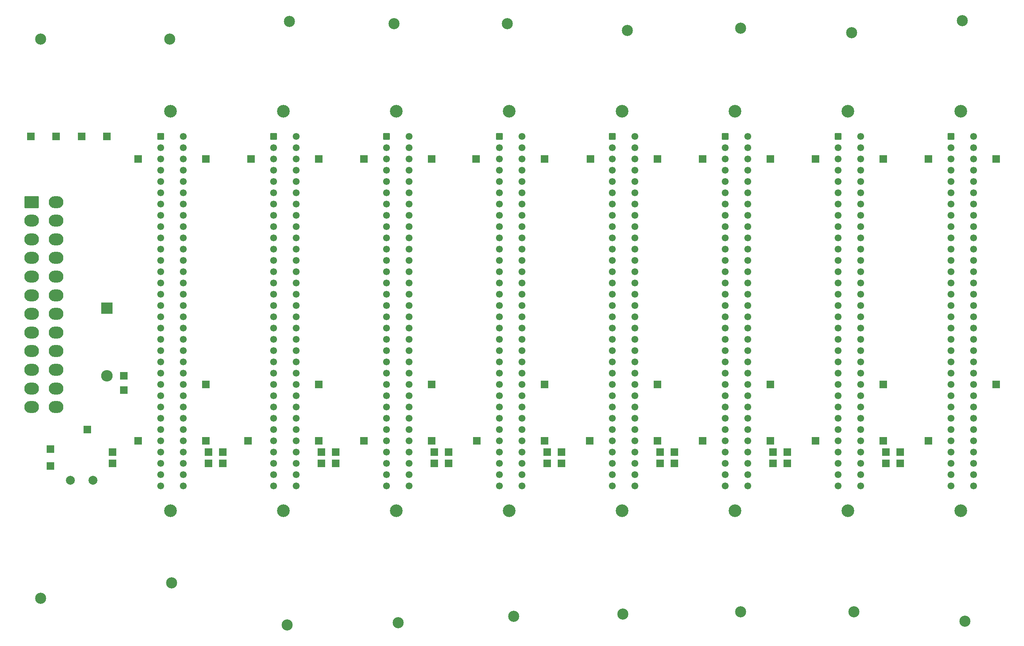
<source format=gbr>
%TF.GenerationSoftware,KiCad,Pcbnew,8.0.9-8.0.9-0~ubuntu22.04.1*%
%TF.CreationDate,2025-06-30T15:02:04+02:00*%
%TF.ProjectId,CPU09BP8,43505530-3942-4503-982e-6b696361645f,rev?*%
%TF.SameCoordinates,Original*%
%TF.FileFunction,Soldermask,Bot*%
%TF.FilePolarity,Negative*%
%FSLAX46Y46*%
G04 Gerber Fmt 4.6, Leading zero omitted, Abs format (unit mm)*
G04 Created by KiCad (PCBNEW 8.0.9-8.0.9-0~ubuntu22.04.1) date 2025-06-30 15:02:04*
%MOMM*%
%LPD*%
G01*
G04 APERTURE LIST*
G04 Aperture macros list*
%AMRoundRect*
0 Rectangle with rounded corners*
0 $1 Rounding radius*
0 $2 $3 $4 $5 $6 $7 $8 $9 X,Y pos of 4 corners*
0 Add a 4 corners polygon primitive as box body*
4,1,4,$2,$3,$4,$5,$6,$7,$8,$9,$2,$3,0*
0 Add four circle primitives for the rounded corners*
1,1,$1+$1,$2,$3*
1,1,$1+$1,$4,$5*
1,1,$1+$1,$6,$7*
1,1,$1+$1,$8,$9*
0 Add four rect primitives between the rounded corners*
20,1,$1+$1,$2,$3,$4,$5,0*
20,1,$1+$1,$4,$5,$6,$7,0*
20,1,$1+$1,$6,$7,$8,$9,0*
20,1,$1+$1,$8,$9,$2,$3,0*%
G04 Aperture macros list end*
%ADD10R,1.700000X1.700000*%
%ADD11C,2.850000*%
%ADD12RoundRect,0.249999X-0.525001X-0.525001X0.525001X-0.525001X0.525001X0.525001X-0.525001X0.525001X0*%
%ADD13C,1.550000*%
%ADD14C,2.500000*%
%ADD15R,2.600000X2.600000*%
%ADD16O,2.600000X2.600000*%
%ADD17RoundRect,0.250001X-1.399999X1.099999X-1.399999X-1.099999X1.399999X-1.099999X1.399999X1.099999X0*%
%ADD18O,3.300000X2.700000*%
%ADD19C,2.000000*%
G04 APERTURE END LIST*
D10*
%TO.C,J89*%
X199715000Y-100540000D03*
%TD*%
%TO.C,J88*%
X199715000Y-98000000D03*
%TD*%
%TO.C,J85*%
X224480000Y-82760000D03*
%TD*%
%TO.C,J84*%
X224480000Y-31960000D03*
%TD*%
D11*
%TO.C,J83*%
X216560000Y-21250000D03*
X216560000Y-111250000D03*
D12*
X214320000Y-26880000D03*
D13*
X214320000Y-29420000D03*
X214320000Y-31960000D03*
X214320000Y-34500000D03*
X214320000Y-37040000D03*
X214320000Y-39580000D03*
X214320000Y-42120000D03*
X214320000Y-44660000D03*
X214320000Y-47200000D03*
X214320000Y-49740000D03*
X214320000Y-52280000D03*
X214320000Y-54820000D03*
X214320000Y-57360000D03*
X214320000Y-59900000D03*
X214320000Y-62440000D03*
X214320000Y-64980000D03*
X214320000Y-67520000D03*
X214320000Y-70060000D03*
X214320000Y-72600000D03*
X214320000Y-75140000D03*
X214320000Y-77680000D03*
X214320000Y-80220000D03*
X214320000Y-82760000D03*
X214320000Y-85300000D03*
X214320000Y-87840000D03*
X214320000Y-90380000D03*
X214320000Y-92920000D03*
X214320000Y-95460000D03*
X214320000Y-98000000D03*
X214320000Y-100540000D03*
X214320000Y-103080000D03*
X214320000Y-105620000D03*
X219400000Y-26880000D03*
X219400000Y-29420000D03*
X219400000Y-31960000D03*
X219400000Y-34500000D03*
X219400000Y-37040000D03*
X219400000Y-39580000D03*
X219400000Y-42120000D03*
X219400000Y-44660000D03*
X219400000Y-47200000D03*
X219400000Y-49740000D03*
X219400000Y-52280000D03*
X219400000Y-54820000D03*
X219400000Y-57360000D03*
X219400000Y-59900000D03*
X219400000Y-62440000D03*
X219400000Y-64980000D03*
X219400000Y-67520000D03*
X219400000Y-70060000D03*
X219400000Y-72600000D03*
X219400000Y-75140000D03*
X219400000Y-77680000D03*
X219400000Y-80220000D03*
X219400000Y-82760000D03*
X219400000Y-85300000D03*
X219400000Y-87840000D03*
X219400000Y-90380000D03*
X219400000Y-92920000D03*
X219400000Y-95460000D03*
X219400000Y-98000000D03*
X219400000Y-100540000D03*
X219400000Y-103080000D03*
X219400000Y-105620000D03*
%TD*%
D10*
%TO.C,J82*%
X202890000Y-100540000D03*
%TD*%
%TO.C,J81*%
X202890000Y-98000000D03*
%TD*%
%TO.C,J79*%
X209240000Y-95460000D03*
%TD*%
%TO.C,J78*%
X209240000Y-31960000D03*
%TD*%
D14*
%TO.C,H18*%
X217495000Y-136100000D03*
%TD*%
%TO.C,H17*%
X216860000Y-845000D03*
%TD*%
%TO.C,H6*%
X90000000Y-136500000D03*
%TD*%
%TO.C,H8*%
X116000000Y-135000000D03*
%TD*%
D11*
%TO.C,J80*%
X38760000Y-21250000D03*
X38760000Y-111250000D03*
D12*
X36520000Y-26880000D03*
D13*
X36520000Y-29420000D03*
X36520000Y-31960000D03*
X36520000Y-34500000D03*
X36520000Y-37040000D03*
X36520000Y-39580000D03*
X36520000Y-42120000D03*
X36520000Y-44660000D03*
X36520000Y-47200000D03*
X36520000Y-49740000D03*
X36520000Y-52280000D03*
X36520000Y-54820000D03*
X36520000Y-57360000D03*
X36520000Y-59900000D03*
X36520000Y-62440000D03*
X36520000Y-64980000D03*
X36520000Y-67520000D03*
X36520000Y-70060000D03*
X36520000Y-72600000D03*
X36520000Y-75140000D03*
X36520000Y-77680000D03*
X36520000Y-80220000D03*
X36520000Y-82760000D03*
X36520000Y-85300000D03*
X36520000Y-87840000D03*
X36520000Y-90380000D03*
X36520000Y-92920000D03*
X36520000Y-95460000D03*
X36520000Y-98000000D03*
X36520000Y-100540000D03*
X36520000Y-103080000D03*
X36520000Y-105620000D03*
X41600000Y-26880000D03*
X41600000Y-29420000D03*
X41600000Y-31960000D03*
X41600000Y-34500000D03*
X41600000Y-37040000D03*
X41600000Y-39580000D03*
X41600000Y-42120000D03*
X41600000Y-44660000D03*
X41600000Y-47200000D03*
X41600000Y-49740000D03*
X41600000Y-52280000D03*
X41600000Y-54820000D03*
X41600000Y-57360000D03*
X41600000Y-59900000D03*
X41600000Y-62440000D03*
X41600000Y-64980000D03*
X41600000Y-67520000D03*
X41600000Y-70060000D03*
X41600000Y-72600000D03*
X41600000Y-75140000D03*
X41600000Y-77680000D03*
X41600000Y-80220000D03*
X41600000Y-82760000D03*
X41600000Y-85300000D03*
X41600000Y-87840000D03*
X41600000Y-90380000D03*
X41600000Y-92920000D03*
X41600000Y-95460000D03*
X41600000Y-98000000D03*
X41600000Y-100540000D03*
X41600000Y-103080000D03*
X41600000Y-105620000D03*
%TD*%
D11*
%TO.C,J74*%
X191160000Y-21250000D03*
X191160000Y-111250000D03*
D12*
X188920000Y-26880000D03*
D13*
X188920000Y-29420000D03*
X188920000Y-31960000D03*
X188920000Y-34500000D03*
X188920000Y-37040000D03*
X188920000Y-39580000D03*
X188920000Y-42120000D03*
X188920000Y-44660000D03*
X188920000Y-47200000D03*
X188920000Y-49740000D03*
X188920000Y-52280000D03*
X188920000Y-54820000D03*
X188920000Y-57360000D03*
X188920000Y-59900000D03*
X188920000Y-62440000D03*
X188920000Y-64980000D03*
X188920000Y-67520000D03*
X188920000Y-70060000D03*
X188920000Y-72600000D03*
X188920000Y-75140000D03*
X188920000Y-77680000D03*
X188920000Y-80220000D03*
X188920000Y-82760000D03*
X188920000Y-85300000D03*
X188920000Y-87840000D03*
X188920000Y-90380000D03*
X188920000Y-92920000D03*
X188920000Y-95460000D03*
X188920000Y-98000000D03*
X188920000Y-100540000D03*
X188920000Y-103080000D03*
X188920000Y-105620000D03*
X194000000Y-26880000D03*
X194000000Y-29420000D03*
X194000000Y-31960000D03*
X194000000Y-34500000D03*
X194000000Y-37040000D03*
X194000000Y-39580000D03*
X194000000Y-42120000D03*
X194000000Y-44660000D03*
X194000000Y-47200000D03*
X194000000Y-49740000D03*
X194000000Y-52280000D03*
X194000000Y-54820000D03*
X194000000Y-57360000D03*
X194000000Y-59900000D03*
X194000000Y-62440000D03*
X194000000Y-64980000D03*
X194000000Y-67520000D03*
X194000000Y-70060000D03*
X194000000Y-72600000D03*
X194000000Y-75140000D03*
X194000000Y-77680000D03*
X194000000Y-80220000D03*
X194000000Y-82760000D03*
X194000000Y-85300000D03*
X194000000Y-87840000D03*
X194000000Y-90380000D03*
X194000000Y-92920000D03*
X194000000Y-95460000D03*
X194000000Y-98000000D03*
X194000000Y-100540000D03*
X194000000Y-103080000D03*
X194000000Y-105620000D03*
%TD*%
D14*
%TO.C,H14*%
X192500000Y-134000000D03*
%TD*%
%TO.C,H15*%
X9500000Y-5000000D03*
%TD*%
%TO.C,H10*%
X140500000Y-134500000D03*
%TD*%
D11*
%TO.C,J64*%
X165760000Y-21250000D03*
X165760000Y-111250000D03*
D12*
X163520000Y-26880000D03*
D13*
X163520000Y-29420000D03*
X163520000Y-31960000D03*
X163520000Y-34500000D03*
X163520000Y-37040000D03*
X163520000Y-39580000D03*
X163520000Y-42120000D03*
X163520000Y-44660000D03*
X163520000Y-47200000D03*
X163520000Y-49740000D03*
X163520000Y-52280000D03*
X163520000Y-54820000D03*
X163520000Y-57360000D03*
X163520000Y-59900000D03*
X163520000Y-62440000D03*
X163520000Y-64980000D03*
X163520000Y-67520000D03*
X163520000Y-70060000D03*
X163520000Y-72600000D03*
X163520000Y-75140000D03*
X163520000Y-77680000D03*
X163520000Y-80220000D03*
X163520000Y-82760000D03*
X163520000Y-85300000D03*
X163520000Y-87840000D03*
X163520000Y-90380000D03*
X163520000Y-92920000D03*
X163520000Y-95460000D03*
X163520000Y-98000000D03*
X163520000Y-100540000D03*
X163520000Y-103080000D03*
X163520000Y-105620000D03*
X168600000Y-26880000D03*
X168600000Y-29420000D03*
X168600000Y-31960000D03*
X168600000Y-34500000D03*
X168600000Y-37040000D03*
X168600000Y-39580000D03*
X168600000Y-42120000D03*
X168600000Y-44660000D03*
X168600000Y-47200000D03*
X168600000Y-49740000D03*
X168600000Y-52280000D03*
X168600000Y-54820000D03*
X168600000Y-57360000D03*
X168600000Y-59900000D03*
X168600000Y-62440000D03*
X168600000Y-64980000D03*
X168600000Y-67520000D03*
X168600000Y-70060000D03*
X168600000Y-72600000D03*
X168600000Y-75140000D03*
X168600000Y-77680000D03*
X168600000Y-80220000D03*
X168600000Y-82760000D03*
X168600000Y-85300000D03*
X168600000Y-87840000D03*
X168600000Y-90380000D03*
X168600000Y-92920000D03*
X168600000Y-95460000D03*
X168600000Y-98000000D03*
X168600000Y-100540000D03*
X168600000Y-103080000D03*
X168600000Y-105620000D03*
%TD*%
D14*
%TO.C,H13*%
X192000000Y-3500000D03*
%TD*%
%TO.C,H1*%
X38600000Y-5000000D03*
%TD*%
%TO.C,H2*%
X39000000Y-127500000D03*
%TD*%
%TO.C,H9*%
X141500000Y-3000000D03*
%TD*%
%TO.C,H5*%
X89000000Y-1500000D03*
%TD*%
D11*
%TO.C,J54*%
X140360000Y-21250000D03*
X140360000Y-111250000D03*
D12*
X138120000Y-26880000D03*
D13*
X138120000Y-29420000D03*
X138120000Y-31960000D03*
X138120000Y-34500000D03*
X138120000Y-37040000D03*
X138120000Y-39580000D03*
X138120000Y-42120000D03*
X138120000Y-44660000D03*
X138120000Y-47200000D03*
X138120000Y-49740000D03*
X138120000Y-52280000D03*
X138120000Y-54820000D03*
X138120000Y-57360000D03*
X138120000Y-59900000D03*
X138120000Y-62440000D03*
X138120000Y-64980000D03*
X138120000Y-67520000D03*
X138120000Y-70060000D03*
X138120000Y-72600000D03*
X138120000Y-75140000D03*
X138120000Y-77680000D03*
X138120000Y-80220000D03*
X138120000Y-82760000D03*
X138120000Y-85300000D03*
X138120000Y-87840000D03*
X138120000Y-90380000D03*
X138120000Y-92920000D03*
X138120000Y-95460000D03*
X138120000Y-98000000D03*
X138120000Y-100540000D03*
X138120000Y-103080000D03*
X138120000Y-105620000D03*
X143200000Y-26880000D03*
X143200000Y-29420000D03*
X143200000Y-31960000D03*
X143200000Y-34500000D03*
X143200000Y-37040000D03*
X143200000Y-39580000D03*
X143200000Y-42120000D03*
X143200000Y-44660000D03*
X143200000Y-47200000D03*
X143200000Y-49740000D03*
X143200000Y-52280000D03*
X143200000Y-54820000D03*
X143200000Y-57360000D03*
X143200000Y-59900000D03*
X143200000Y-62440000D03*
X143200000Y-64980000D03*
X143200000Y-67520000D03*
X143200000Y-70060000D03*
X143200000Y-72600000D03*
X143200000Y-75140000D03*
X143200000Y-77680000D03*
X143200000Y-80220000D03*
X143200000Y-82760000D03*
X143200000Y-85300000D03*
X143200000Y-87840000D03*
X143200000Y-90380000D03*
X143200000Y-92920000D03*
X143200000Y-95460000D03*
X143200000Y-98000000D03*
X143200000Y-100540000D03*
X143200000Y-103080000D03*
X143200000Y-105620000D03*
%TD*%
D14*
%TO.C,H16*%
X9500000Y-131000000D03*
%TD*%
D15*
%TO.C,D1*%
X24455000Y-65615000D03*
D16*
X24455000Y-80855000D03*
%TD*%
D14*
%TO.C,H7*%
X114500000Y-1500000D03*
%TD*%
%TO.C,H11*%
X167000000Y-2500000D03*
%TD*%
D11*
%TO.C,J44*%
X114960000Y-21250000D03*
X114960000Y-111250000D03*
D12*
X112720000Y-26880000D03*
D13*
X112720000Y-29420000D03*
X112720000Y-31960000D03*
X112720000Y-34500000D03*
X112720000Y-37040000D03*
X112720000Y-39580000D03*
X112720000Y-42120000D03*
X112720000Y-44660000D03*
X112720000Y-47200000D03*
X112720000Y-49740000D03*
X112720000Y-52280000D03*
X112720000Y-54820000D03*
X112720000Y-57360000D03*
X112720000Y-59900000D03*
X112720000Y-62440000D03*
X112720000Y-64980000D03*
X112720000Y-67520000D03*
X112720000Y-70060000D03*
X112720000Y-72600000D03*
X112720000Y-75140000D03*
X112720000Y-77680000D03*
X112720000Y-80220000D03*
X112720000Y-82760000D03*
X112720000Y-85300000D03*
X112720000Y-87840000D03*
X112720000Y-90380000D03*
X112720000Y-92920000D03*
X112720000Y-95460000D03*
X112720000Y-98000000D03*
X112720000Y-100540000D03*
X112720000Y-103080000D03*
X112720000Y-105620000D03*
X117800000Y-26880000D03*
X117800000Y-29420000D03*
X117800000Y-31960000D03*
X117800000Y-34500000D03*
X117800000Y-37040000D03*
X117800000Y-39580000D03*
X117800000Y-42120000D03*
X117800000Y-44660000D03*
X117800000Y-47200000D03*
X117800000Y-49740000D03*
X117800000Y-52280000D03*
X117800000Y-54820000D03*
X117800000Y-57360000D03*
X117800000Y-59900000D03*
X117800000Y-62440000D03*
X117800000Y-64980000D03*
X117800000Y-67520000D03*
X117800000Y-70060000D03*
X117800000Y-72600000D03*
X117800000Y-75140000D03*
X117800000Y-77680000D03*
X117800000Y-80220000D03*
X117800000Y-82760000D03*
X117800000Y-85300000D03*
X117800000Y-87840000D03*
X117800000Y-90380000D03*
X117800000Y-92920000D03*
X117800000Y-95460000D03*
X117800000Y-98000000D03*
X117800000Y-100540000D03*
X117800000Y-103080000D03*
X117800000Y-105620000D03*
%TD*%
D14*
%TO.C,H12*%
X167000000Y-134000000D03*
%TD*%
%TO.C,H4*%
X65000000Y-137000000D03*
%TD*%
%TO.C,H3*%
X65500000Y-1000000D03*
%TD*%
D11*
%TO.C,J24*%
X64160000Y-21250000D03*
X64160000Y-111250000D03*
D12*
X61920000Y-26880000D03*
D13*
X61920000Y-29420000D03*
X61920000Y-31960000D03*
X61920000Y-34500000D03*
X61920000Y-37040000D03*
X61920000Y-39580000D03*
X61920000Y-42120000D03*
X61920000Y-44660000D03*
X61920000Y-47200000D03*
X61920000Y-49740000D03*
X61920000Y-52280000D03*
X61920000Y-54820000D03*
X61920000Y-57360000D03*
X61920000Y-59900000D03*
X61920000Y-62440000D03*
X61920000Y-64980000D03*
X61920000Y-67520000D03*
X61920000Y-70060000D03*
X61920000Y-72600000D03*
X61920000Y-75140000D03*
X61920000Y-77680000D03*
X61920000Y-80220000D03*
X61920000Y-82760000D03*
X61920000Y-85300000D03*
X61920000Y-87840000D03*
X61920000Y-90380000D03*
X61920000Y-92920000D03*
X61920000Y-95460000D03*
X61920000Y-98000000D03*
X61920000Y-100540000D03*
X61920000Y-103080000D03*
X61920000Y-105620000D03*
X67000000Y-26880000D03*
X67000000Y-29420000D03*
X67000000Y-31960000D03*
X67000000Y-34500000D03*
X67000000Y-37040000D03*
X67000000Y-39580000D03*
X67000000Y-42120000D03*
X67000000Y-44660000D03*
X67000000Y-47200000D03*
X67000000Y-49740000D03*
X67000000Y-52280000D03*
X67000000Y-54820000D03*
X67000000Y-57360000D03*
X67000000Y-59900000D03*
X67000000Y-62440000D03*
X67000000Y-64980000D03*
X67000000Y-67520000D03*
X67000000Y-70060000D03*
X67000000Y-72600000D03*
X67000000Y-75140000D03*
X67000000Y-77680000D03*
X67000000Y-80220000D03*
X67000000Y-82760000D03*
X67000000Y-85300000D03*
X67000000Y-87840000D03*
X67000000Y-90380000D03*
X67000000Y-92920000D03*
X67000000Y-95460000D03*
X67000000Y-98000000D03*
X67000000Y-100540000D03*
X67000000Y-103080000D03*
X67000000Y-105620000D03*
%TD*%
D11*
%TO.C,J34*%
X89560000Y-21250000D03*
X89560000Y-111250000D03*
D12*
X87320000Y-26880000D03*
D13*
X87320000Y-29420000D03*
X87320000Y-31960000D03*
X87320000Y-34500000D03*
X87320000Y-37040000D03*
X87320000Y-39580000D03*
X87320000Y-42120000D03*
X87320000Y-44660000D03*
X87320000Y-47200000D03*
X87320000Y-49740000D03*
X87320000Y-52280000D03*
X87320000Y-54820000D03*
X87320000Y-57360000D03*
X87320000Y-59900000D03*
X87320000Y-62440000D03*
X87320000Y-64980000D03*
X87320000Y-67520000D03*
X87320000Y-70060000D03*
X87320000Y-72600000D03*
X87320000Y-75140000D03*
X87320000Y-77680000D03*
X87320000Y-80220000D03*
X87320000Y-82760000D03*
X87320000Y-85300000D03*
X87320000Y-87840000D03*
X87320000Y-90380000D03*
X87320000Y-92920000D03*
X87320000Y-95460000D03*
X87320000Y-98000000D03*
X87320000Y-100540000D03*
X87320000Y-103080000D03*
X87320000Y-105620000D03*
X92400000Y-26880000D03*
X92400000Y-29420000D03*
X92400000Y-31960000D03*
X92400000Y-34500000D03*
X92400000Y-37040000D03*
X92400000Y-39580000D03*
X92400000Y-42120000D03*
X92400000Y-44660000D03*
X92400000Y-47200000D03*
X92400000Y-49740000D03*
X92400000Y-52280000D03*
X92400000Y-54820000D03*
X92400000Y-57360000D03*
X92400000Y-59900000D03*
X92400000Y-62440000D03*
X92400000Y-64980000D03*
X92400000Y-67520000D03*
X92400000Y-70060000D03*
X92400000Y-72600000D03*
X92400000Y-75140000D03*
X92400000Y-77680000D03*
X92400000Y-80220000D03*
X92400000Y-82760000D03*
X92400000Y-85300000D03*
X92400000Y-87840000D03*
X92400000Y-90380000D03*
X92400000Y-92920000D03*
X92400000Y-95460000D03*
X92400000Y-98000000D03*
X92400000Y-100540000D03*
X92400000Y-103080000D03*
X92400000Y-105620000D03*
%TD*%
D10*
%TO.C,J63*%
X152090000Y-100540000D03*
%TD*%
%TO.C,J7*%
X7310000Y-26880000D03*
%TD*%
%TO.C,J45*%
X122880000Y-31960000D03*
%TD*%
%TO.C,J33*%
X75890000Y-100540000D03*
%TD*%
%TO.C,J25*%
X72080000Y-31960000D03*
%TD*%
%TO.C,J36*%
X97480000Y-82760000D03*
%TD*%
%TO.C,J57*%
X148280000Y-95460000D03*
%TD*%
%TO.C,J53*%
X126690000Y-100540000D03*
%TD*%
%TO.C,J50*%
X133265585Y-31948200D03*
%TD*%
%TO.C,J40*%
X107461145Y-31960000D03*
%TD*%
%TO.C,J70*%
X183840000Y-31960000D03*
%TD*%
%TO.C,J38*%
X98115000Y-98000000D03*
%TD*%
%TO.C,J51*%
X133040000Y-95460000D03*
%TD*%
%TO.C,J14*%
X46680000Y-95460000D03*
%TD*%
%TO.C,J56*%
X148280000Y-82760000D03*
%TD*%
%TO.C,J67*%
X173680000Y-95460000D03*
%TD*%
%TO.C,J71*%
X183840000Y-95460000D03*
%TD*%
%TO.C,J5*%
X13025000Y-26880000D03*
%TD*%
%TO.C,J46*%
X122880000Y-82760000D03*
%TD*%
%TO.C,J75*%
X199080000Y-31960000D03*
%TD*%
%TO.C,J28*%
X72715000Y-98000000D03*
%TD*%
%TO.C,J62*%
X152090000Y-98000000D03*
%TD*%
D17*
%TO.C,J1*%
X7525000Y-41685000D03*
D18*
X7525000Y-45885000D03*
X7525000Y-50085000D03*
X7525000Y-54285000D03*
X7525000Y-58485000D03*
X7525000Y-62685000D03*
X7525000Y-66885000D03*
X7525000Y-71085000D03*
X7525000Y-75285000D03*
X7525000Y-79485000D03*
X7525000Y-83685000D03*
X7525000Y-87885000D03*
X13025000Y-41685000D03*
X13025000Y-45885000D03*
X13025000Y-50085000D03*
X13025000Y-54285000D03*
X13025000Y-58485000D03*
X13025000Y-62685000D03*
X13025000Y-66885000D03*
X13025000Y-71085000D03*
X13025000Y-75285000D03*
X13025000Y-79485000D03*
X13025000Y-83685000D03*
X13025000Y-87885000D03*
%TD*%
D10*
%TO.C,J30*%
X82240000Y-31960000D03*
%TD*%
%TO.C,J60*%
X158440000Y-31960000D03*
%TD*%
%TO.C,J77*%
X199080000Y-95460000D03*
%TD*%
%TO.C,J39*%
X98115000Y-100540000D03*
%TD*%
%TO.C,J32*%
X75890000Y-98000000D03*
%TD*%
%TO.C,J68*%
X174315000Y-98000000D03*
%TD*%
%TO.C,J66*%
X173680000Y-82760000D03*
%TD*%
%TO.C,J29*%
X72715000Y-100540000D03*
%TD*%
%TO.C,J23*%
X50490000Y-100540000D03*
%TD*%
%TO.C,J31*%
X82240000Y-95460000D03*
%TD*%
%TO.C,J61*%
X158440000Y-95460000D03*
%TD*%
%TO.C,J47*%
X122880000Y-95460000D03*
%TD*%
%TO.C,J55*%
X148280000Y-31960000D03*
%TD*%
%TO.C,J27*%
X72080000Y-95460000D03*
%TD*%
%TO.C,J10*%
X28265000Y-84030000D03*
%TD*%
%TO.C,J8*%
X24455000Y-26880000D03*
%TD*%
%TO.C,J41*%
X107640000Y-95460000D03*
%TD*%
%TO.C,J4*%
X20010000Y-92920000D03*
%TD*%
%TO.C,J13*%
X46680000Y-31960000D03*
%TD*%
%TO.C,J49*%
X123515000Y-100540000D03*
%TD*%
%TO.C,J76*%
X199080000Y-82760000D03*
%TD*%
%TO.C,J18*%
X47315000Y-98000000D03*
%TD*%
%TO.C,J42*%
X101290000Y-98000000D03*
%TD*%
%TO.C,J59*%
X148915000Y-100540000D03*
%TD*%
%TO.C,J11*%
X46690000Y-82760000D03*
%TD*%
%TO.C,J72*%
X177490000Y-98000000D03*
%TD*%
D19*
%TO.C,F1*%
X16200000Y-104350000D03*
X21280000Y-104340000D03*
%TD*%
D10*
%TO.C,J9*%
X28265000Y-80855000D03*
%TD*%
%TO.C,J2*%
X11755000Y-97365000D03*
%TD*%
%TO.C,J43*%
X101290000Y-100540000D03*
%TD*%
%TO.C,J69*%
X174315000Y-100540000D03*
%TD*%
%TO.C,J19*%
X47315000Y-100540000D03*
%TD*%
%TO.C,J65*%
X173680000Y-31960000D03*
%TD*%
%TO.C,J37*%
X97480000Y-95460000D03*
%TD*%
%TO.C,J21*%
X56205000Y-95460000D03*
%TD*%
%TO.C,J12*%
X31440000Y-31960000D03*
%TD*%
%TO.C,J22*%
X50490000Y-98000000D03*
%TD*%
%TO.C,J20*%
X56840000Y-31960000D03*
%TD*%
%TO.C,J16*%
X25725000Y-98000000D03*
%TD*%
%TO.C,J6*%
X18740000Y-26880000D03*
%TD*%
%TO.C,J26*%
X72080000Y-82760000D03*
%TD*%
%TO.C,J58*%
X148915000Y-98000000D03*
%TD*%
%TO.C,J73*%
X177490000Y-100540000D03*
%TD*%
%TO.C,J52*%
X126690000Y-98000000D03*
%TD*%
%TO.C,J35*%
X97480000Y-31960000D03*
%TD*%
%TO.C,J48*%
X123515000Y-98000000D03*
%TD*%
%TO.C,J17*%
X25725000Y-100540000D03*
%TD*%
%TO.C,J15*%
X31440000Y-95460000D03*
%TD*%
%TO.C,J3*%
X11755000Y-101175000D03*
%TD*%
M02*

</source>
